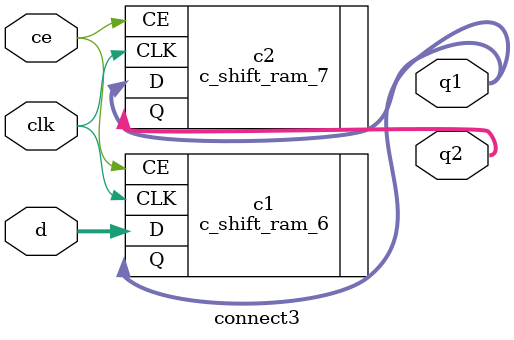
<source format=v>
`timescale 1ns / 1ps


module connect3(
input [3:0]d,
input clk,
input ce,
output [3:0]q1,
output [3:0]q2
    );
    c_shift_ram_6 c1(
    .D(d),
    .CLK(clk),
    .CE(ce),
    .Q(q1)
    );
    
    c_shift_ram_7 c2(
        .D(q1),
        .CLK(clk),
        .CE(ce),
        .Q(q2)
        );
endmodule

</source>
